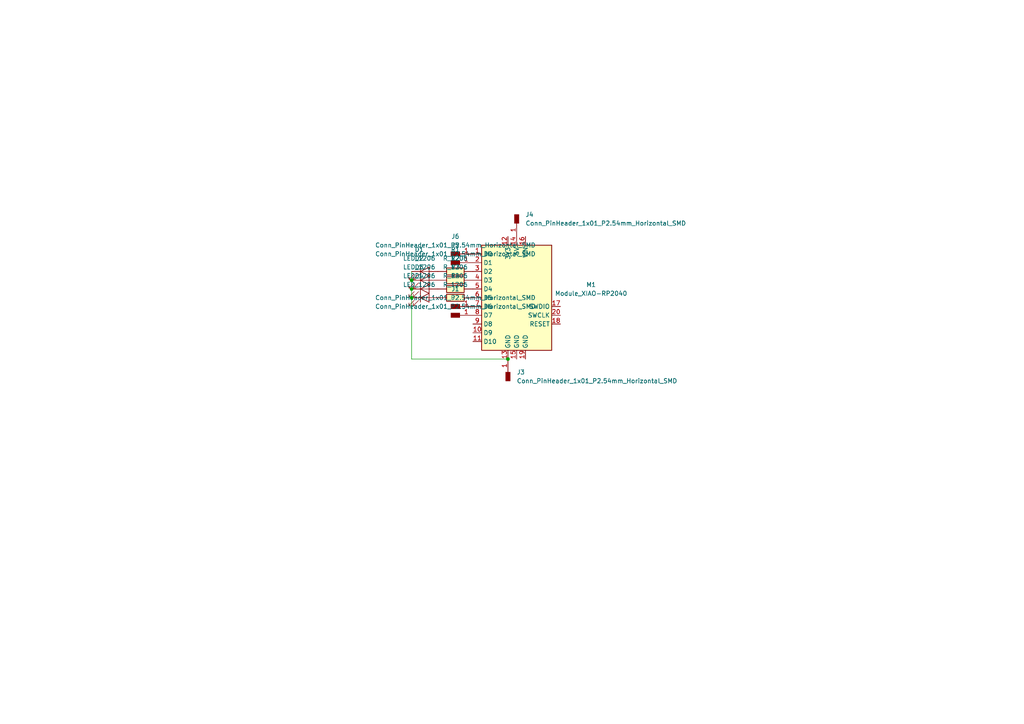
<source format=kicad_sch>
(kicad_sch (version 20231120) (generator "eeschema") (generator_version "8.0")
  (paper "A4")
  (lib_symbols
    (symbol "FAB:Conn_PinHeader_1x01_P2.54mm_Horizontal_SMD" (pin_names (offset 1.016) hide)
      (property "Reference" "J" (at 0 2.54 0))
      (property "Value" "Conn_PinHeader_1x01_P2.54mm_Horizontal_SMD" (at 0 -2.54 0))
      (symbol "Conn_PinHeader_1x01_P2.54mm_Horizontal_SMD_1_1"
        (rectangle (start -1.27 0.635) (end 1.27 -0.635) (stroke (width 0.1524)) (fill (type outline)))
        (pin passive line (at 5.08 0 180) (length 3.81) (name "Pin_1") (number "1"))
      )
    )
    (symbol "FAB:LED_1206" (pin_numbers hide) (pin_names (offset 1.016) hide)
      (property "Reference" "D" (at 0 2.54 0))
      (property "Value" "LED_1206" (at 0 -2.54 0))
      (symbol "LED_1206_0_1"
        (polyline (pts (xy -1.27 -1.27) (xy -1.27 1.27)) (stroke (width 0.2032)))
        (polyline (pts (xy -1.27 0) (xy 1.27 0)))
        (polyline (pts (xy 1.27 -1.27) (xy 1.27 1.27) (xy -1.27 0) (xy 1.27 -1.27)) (stroke (width 0.2032)))
        (polyline (pts (xy -3.048 -0.762) (xy -4.572 -2.286) (xy -3.81 -2.286) (xy -4.572 -2.286) (xy -4.572 -1.524)))
        (polyline (pts (xy -1.778 -0.762) (xy -3.302 -2.286) (xy -2.54 -2.286) (xy -3.302 -2.286) (xy -3.302 -1.524)))
      )
      (symbol "LED_1206_1_1"
        (pin passive line (at -3.81 0 0) (length 2.54) (name "K") (number "1"))
        (pin passive line (at 3.81 0 180) (length 2.54) (name "A") (number "2"))
      )
    )
    (symbol "FAB:Module_XIAO-RP2040"
      (property "Reference" "M" (at -10.16 16.51 0))
      (property "Value" "Module_XIAO-RP2040" (at 3.81 16.51 0))
      (symbol "Module_XIAO-RP2040_1_1"
        (rectangle (start -10.16 15.24) (end 10.16 -15.24) (stroke (width 0.254)) (fill (type background)))
        (pin bidirectional line (at -12.7 12.7 0) (length 2.54) (name "D0") (number "1"))
        (pin bidirectional line (at -12.7 -10.16 0) (length 2.54) (name "D9") (number "10"))
        (pin bidirectional line (at -12.7 -12.7 0) (length 2.54) (name "D10") (number "11"))
        (pin power_in line (at -2.54 17.78 270) (length 2.54) (name "3V3") (number "12"))
        (pin power_in line (at -2.54 -17.78 90) (length 2.54) (name "GND") (number "13"))
        (pin power_in line (at 0 17.78 270) (length 2.54) (name "5V") (number "14"))
        (pin power_in line (at 0 -17.78 90) (length 2.54) (name "GND") (number "15"))
        (pin power_in line (at 2.54 17.78 270) (length 2.54) (name "VIN") (number "16"))
        (pin bidirectional line (at 12.7 -2.54 180) (length 2.54) (name "SWDIO") (number "17"))
        (pin input line (at 12.7 -7.62 180) (length 2.54) (name "RESET") (number "18"))
        (pin power_in line (at 2.54 -17.78 90) (length 2.54) (name "GND") (number "19"))
        (pin bidirectional line (at -12.7 10.16 0) (length 2.54) (name "D1") (number "2"))
        (pin input line (at 12.7 -5.08 180) (length 2.54) (name "SWCLK") (number "20"))
        (pin bidirectional line (at -12.7 7.62 0) (length 2.54) (name "D2") (number "3"))
        (pin bidirectional line (at -12.7 5.08 0) (length 2.54) (name "D3") (number "4"))
        (pin bidirectional line (at -12.7 2.54 0) (length 2.54) (name "D4") (number "5"))
        (pin bidirectional line (at -12.7 0 0) (length 2.54) (name "D5") (number "6"))
        (pin bidirectional line (at -12.7 -2.54 0) (length 2.54) (name "D6") (number "7"))
        (pin bidirectional line (at -12.7 -5.08 0) (length 2.54) (name "D7") (number "8"))
        (pin bidirectional line (at -12.7 -7.62 0) (length 2.54) (name "D8") (number "9"))
      )
    )
    (symbol "FAB:R_1206" (pin_numbers hide) (pin_names (offset 0))
      (property "Reference" "R" (at 2.54 0 90))
      (property "Value" "R_1206" (at -2.54 0 90))
      (symbol "R_1206_0_1"
        (rectangle (start -1.016 -2.54) (end 1.016 2.54) (stroke (width 0.254)) (fill (type background)))
      )
      (symbol "R_1206_1_1"
        (pin passive line (at 0 5.08 270) (length 2.54) (name "~") (number "1"))
        (pin passive line (at 0 -5.08 90) (length 2.54) (name "~") (number "2"))
      )
    )
  )
  (junction (at 147.32 104.14))
  (junction (at 119.38 83.82))
  (junction (at 119.38 86.36))
  (junction (at 119.38 81.28))
  (wire (pts (xy 119.38 104.14) (xy 147.32 104.14)))
  (wire (pts (xy 119.38 86.36) (xy 119.38 104.14)))
  (wire (pts (xy 119.38 81.28) (xy 119.38 83.82)))
  (wire (pts (xy 119.38 83.82) (xy 119.38 86.36)))
  (wire (pts (xy 119.38 78.74) (xy 119.38 81.28)))
  (symbol (lib_id "FAB:Conn_PinHeader_1x01_P2.54mm_Horizontal_SMD") (at 132.08 76.2 0) (unit 1)
    (property "Reference" "J5" (at 132.08 71.12 0))
    (property "Value" "Conn_PinHeader_1x01_P2.54mm_Horizontal_SMD" (at 132.08 73.66 0))
    (property "Footprint" "fab:PinHeader_1x01_P2.54mm_Horizontal_SMD" (effects (hide yes)))
    (property "Description" "Connector pin header 2.54mm pitch horizontal SMD" (effects (hide yes)))
  )
  (symbol (lib_id "FAB:Conn_PinHeader_1x01_P2.54mm_Horizontal_SMD") (at 132.08 88.9 0) (unit 1)
    (property "Reference" "J1" (at 132.08 83.82 0))
    (property "Value" "Conn_PinHeader_1x01_P2.54mm_Horizontal_SMD" (at 132.08 86.36 0))
    (property "Footprint" "fab:PinHeader_1x01_P2.54mm_Horizontal_SMD" (effects (hide yes)))
    (property "Description" "Connector pin header 2.54mm pitch horizontal SMD" (effects (hide yes)))
  )
  (symbol (lib_id "FAB:R_1206") (at 132.08 78.74 90) (unit 1)
    (property "Reference" "R1" (at 132.08 72.39 90))
    (property "Value" "R_1206" (at 132.08 74.93 90))
    (property "Footprint" "fab:R_1206" (effects (hide yes)))
    (property "Description" "Resistor" (effects (hide yes)))
  )
  (symbol (lib_id "FAB:LED_1206") (at 123.19 78.74 0) (unit 1)
    (property "Reference" "D1" (at 121.5898 72.39 0))
    (property "Value" "LED_1206" (at 121.5898 74.93 0))
    (property "Footprint" "fab:LED_1206" (effects (hide yes)))
    (property "Datasheet" "https://optoelectronics.liteon.com/upload/download/DS-22-98-0002/LTST-C150CKT.pdf" (effects (hide yes)))
    (property "Description" "Light emitting diode, Lite-On Inc. LTST, SMD" (effects (hide yes)))
  )
  (symbol (lib_id "FAB:Conn_PinHeader_1x01_P2.54mm_Horizontal_SMD") (at 132.08 91.44 0) (unit 1)
    (property "Reference" "J2" (at 132.08 86.36 0))
    (property "Value" "Conn_PinHeader_1x01_P2.54mm_Horizontal_SMD" (at 132.08 88.9 0))
    (property "Footprint" "fab:PinHeader_1x01_P2.54mm_Horizontal_SMD" (effects (hide yes)))
    (property "Description" "Connector pin header 2.54mm pitch horizontal SMD" (effects (hide yes)))
  )
  (symbol (lib_id "FAB:R_1206") (at 132.08 86.36 90) (unit 1)
    (property "Reference" "R4" (at 132.08 80.01 90))
    (property "Value" "R_1206" (at 132.08 82.55 90))
    (property "Footprint" "fab:R_1206" (effects (hide yes)))
    (property "Description" "Resistor" (effects (hide yes)))
  )
  (symbol (lib_id "FAB:R_1206") (at 132.08 83.82 90) (unit 1)
    (property "Reference" "R3" (at 132.08 77.47 90))
    (property "Value" "R_1206" (at 132.08 80.01 90))
    (property "Footprint" "fab:R_1206" (effects (hide yes)))
    (property "Description" "Resistor" (effects (hide yes)))
  )
  (symbol (lib_id "FAB:Conn_PinHeader_1x01_P2.54mm_Horizontal_SMD") (at 132.08 73.66 0) (unit 1)
    (property "Reference" "J6" (at 132.08 68.58 0))
    (property "Value" "Conn_PinHeader_1x01_P2.54mm_Horizontal_SMD" (at 132.08 71.12 0))
    (property "Footprint" "fab:PinHeader_1x01_P2.54mm_Horizontal_SMD" (effects (hide yes)))
    (property "Description" "Connector pin header 2.54mm pitch horizontal SMD" (effects (hide yes)))
  )
  (symbol (lib_id "FAB:R_1206") (at 132.08 81.28 90) (unit 1)
    (property "Reference" "R2" (at 132.08 74.93 90))
    (property "Value" "R_1206" (at 132.08 77.47 90))
    (property "Footprint" "fab:R_1206" (effects (hide yes)))
    (property "Description" "Resistor" (effects (hide yes)))
  )
  (symbol (lib_id "FAB:Conn_PinHeader_1x01_P2.54mm_Horizontal_SMD") (at 149.86 63.5 270) (unit 1)
    (property "Reference" "J4" (at 152.4 62.2299 90) (effects (justify left)))
    (property "Value" "Conn_PinHeader_1x01_P2.54mm_Horizontal_SMD" (at 152.4 64.7699 90) (effects (justify left)))
    (property "Footprint" "fab:PinHeader_1x01_P2.54mm_Horizontal_SMD" (effects (hide yes)))
    (property "Description" "Connector pin header 2.54mm pitch horizontal SMD" (effects (hide yes)))
  )
  (symbol (lib_id "FAB:LED_1206") (at 123.19 81.28 0) (unit 1)
    (property "Reference" "D2" (at 121.5898 74.93 0))
    (property "Value" "LED_1206" (at 121.5898 77.47 0))
    (property "Footprint" "fab:LED_1206" (effects (hide yes)))
    (property "Datasheet" "https://optoelectronics.liteon.com/upload/download/DS-22-98-0002/LTST-C150CKT.pdf" (effects (hide yes)))
    (property "Description" "Light emitting diode, Lite-On Inc. LTST, SMD" (effects (hide yes)))
  )
  (symbol (lib_id "FAB:Conn_PinHeader_1x01_P2.54mm_Horizontal_SMD") (at 147.32 109.22 90) (unit 1)
    (property "Reference" "J3" (at 149.86 107.9499 90) (effects (justify right)))
    (property "Value" "Conn_PinHeader_1x01_P2.54mm_Horizontal_SMD" (at 149.86 110.4899 90) (effects (justify right)))
    (property "Footprint" "fab:PinHeader_1x01_P2.54mm_Horizontal_SMD" (effects (hide yes)))
    (property "Description" "Connector pin header 2.54mm pitch horizontal SMD" (effects (hide yes)))
  )
  (symbol (lib_id "FAB:Module_XIAO-RP2040") (at 149.86 86.36 0) (unit 1)
    (property "Reference" "M1" (at 171.45 82.5814 0))
    (property "Value" "Module_XIAO-RP2040" (at 171.45 85.1214 0))
    (property "Footprint" "fab:SeeedStudio_XIAO_RP2040" (effects (hide yes)))
    (property "Datasheet" "https://wiki.seeedstudio.com/XIAO-RP2040/" (effects (hide yes)))
    (property "Description" "RP2040 XIAO RP2040 - ARM® Cortex®-M0+ MCU 32-Bit Embedded Evaluation Board" (effects (hide yes)))
  )
  (symbol (lib_id "FAB:LED_1206") (at 123.19 86.36 0) (unit 1)
    (property "Reference" "D4" (at 121.5898 80.01 0))
    (property "Value" "LED_1206" (at 121.5898 82.55 0))
    (property "Footprint" "fab:LED_1206" (effects (hide yes)))
    (property "Datasheet" "https://optoelectronics.liteon.com/upload/download/DS-22-98-0002/LTST-C150CKT.pdf" (effects (hide yes)))
    (property "Description" "Light emitting diode, Lite-On Inc. LTST, SMD" (effects (hide yes)))
  )
  (symbol (lib_id "FAB:LED_1206") (at 123.19 83.82 0) (unit 1)
    (property "Reference" "D3" (at 121.5898 77.47 0))
    (property "Value" "LED_1206" (at 121.5898 80.01 0))
    (property "Footprint" "fab:LED_1206" (effects (hide yes)))
    (property "Datasheet" "https://optoelectronics.liteon.com/upload/download/DS-22-98-0002/LTST-C150CKT.pdf" (effects (hide yes)))
    (property "Description" "Light emitting diode, Lite-On Inc. LTST, SMD" (effects (hide yes)))
  )
)
</source>
